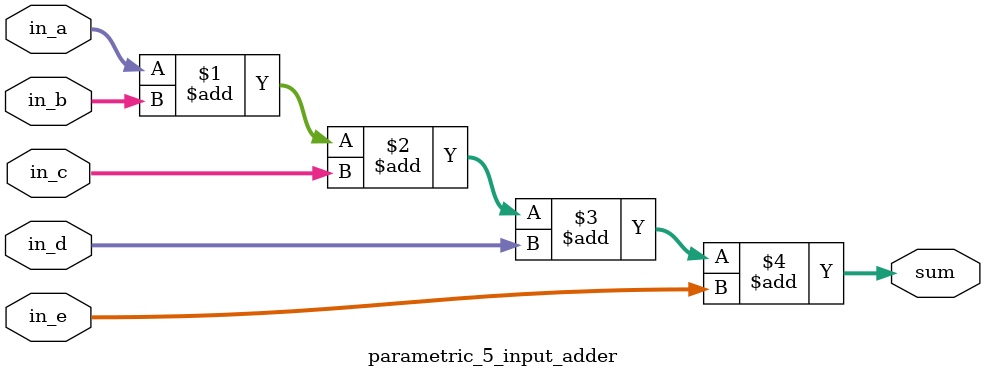
<source format=v>
module parametric_5_input_adder
#(
  parameter WIDTH = 8
)
(
  input wire [WIDTH-1:0] in_a, input wire [WIDTH-1:0] in_b,
  input wire [WIDTH-1:0] in_c, input wire [WIDTH-1:0] in_d,
  input wire [WIDTH-1:0] in_e,
  output wire [WIDTH+2:0] sum 
);
  assign sum = in_a + in_b + in_c + in_d + in_e;
endmodule
</source>
